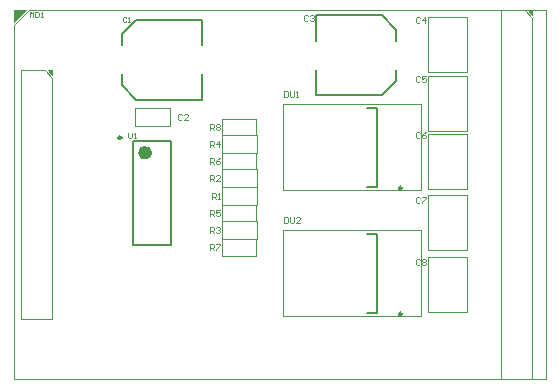
<source format=gto>
G04*
G04 #@! TF.GenerationSoftware,Altium Limited,Altium Designer,22.6.1 (34)*
G04*
G04 Layer_Color=65535*
%FSLAX44Y44*%
%MOMM*%
G71*
G04*
G04 #@! TF.SameCoordinates,5A10DA5C-CD7F-47E8-AF5C-5331072B1CDA*
G04*
G04*
G04 #@! TF.FilePolarity,Positive*
G04*
G01*
G75*
%ADD10C,0.2500*%
%ADD11C,0.6000*%
%ADD12C,0.2000*%
%ADD13C,0.0500*%
%ADD14C,0.1000*%
G36*
X-357065Y219525D02*
X-367225Y209365D01*
Y219525D01*
X-357065D01*
D02*
G37*
G36*
X-334925Y164415D02*
Y168225D01*
X-338735D01*
X-334925Y164415D01*
D02*
G37*
G36*
X71475Y215215D02*
Y219025D01*
X67665D01*
X71475Y215215D01*
D02*
G37*
D10*
X-38750Y68450D02*
G03*
X-38750Y68450I-1250J0D01*
G01*
Y-38250D02*
G03*
X-38750Y-38250I-1250J0D01*
G01*
X-276175Y111125D02*
G03*
X-276175Y111125I-1250J0D01*
G01*
D11*
X-253175Y98525D02*
G03*
X-253175Y98525I-3000J0D01*
G01*
D12*
X-43500Y159375D02*
Y168750D01*
X-55875Y147000D02*
X-43500Y159375D01*
X-55875Y215000D02*
X-43500Y202625D01*
Y193250D02*
Y202625D01*
X-111500Y147000D02*
X-55875D01*
X-111500D02*
Y168750D01*
Y193250D02*
Y215000D01*
X-55875D01*
X-275945Y189295D02*
Y198670D01*
X-263570Y211045D01*
X-275945Y155420D02*
X-263570Y143045D01*
X-275945Y155420D02*
Y164795D01*
X-263570Y211045D02*
X-207945D01*
Y189295D02*
Y211045D01*
Y143045D02*
Y164795D01*
X-263570Y143045D02*
X-207945D01*
X-68500Y69600D02*
X-59500D01*
Y136600D01*
X-68500D02*
X-59500D01*
X-68500Y-37100D02*
X-59500D01*
Y29900D01*
X-68500D02*
X-59500D01*
X-266175Y20525D02*
X-234175D01*
X-266175Y108525D02*
X-234175D01*
Y20525D02*
Y108525D01*
X-266175Y20525D02*
Y108525D01*
D13*
X-161405Y98245D02*
Y113245D01*
X-191405D02*
X-161405D01*
X-191405Y98245D02*
Y113245D01*
Y98245D02*
X-161405D01*
Y25245D02*
Y40245D01*
X-191405D02*
X-161405D01*
X-191405Y25245D02*
Y40245D01*
Y25245D02*
X-161405D01*
Y69245D02*
Y84245D01*
X-191405D02*
X-161405D01*
X-191405Y69245D02*
Y84245D01*
Y69245D02*
X-161405D01*
Y54245D02*
Y69245D01*
X-191405D02*
X-161405D01*
X-191405Y54245D02*
Y69245D01*
Y54245D02*
X-161405D01*
X-234675Y120975D02*
Y135975D01*
X-264675Y120975D02*
Y135975D01*
Y120975D02*
X-234675D01*
X-264675Y135975D02*
X-234675D01*
X-23000Y66850D02*
Y139350D01*
X-139000D02*
X-23000D01*
X-139000Y66850D02*
Y139350D01*
Y66850D02*
X-23000D01*
Y-39850D02*
Y32650D01*
X-139000D02*
X-23000D01*
X-139000Y-39850D02*
Y32650D01*
Y-39850D02*
X-23000D01*
X16500Y-36750D02*
Y10250D01*
X-16500Y-36750D02*
Y10250D01*
X16500D01*
X-16500Y-36750D02*
X16500D01*
Y67500D02*
Y114500D01*
X-16500Y67500D02*
Y114500D01*
X16500D01*
X-16500Y67500D02*
X16500D01*
Y116750D02*
Y163750D01*
X-16500Y116750D02*
Y163750D01*
X16500D01*
X-16500Y116750D02*
X16500D01*
X-16500Y166750D02*
Y213750D01*
X16500Y166750D02*
Y213750D01*
X-16500Y166750D02*
X16500D01*
X-16500Y213750D02*
X16500D01*
Y15750D02*
Y62750D01*
X-16500Y15750D02*
Y62750D01*
X16500D01*
X-16500Y15750D02*
X16500D01*
X-191405Y113245D02*
Y127245D01*
Y113245D02*
X-162405D01*
Y127245D01*
X-191405D02*
X-162405D01*
X-191405Y11245D02*
Y25245D01*
Y11245D02*
X-162405D01*
Y25245D01*
X-191405D02*
X-162405D01*
Y84245D02*
Y98245D01*
X-191405D02*
X-162405D01*
X-191405Y84245D02*
Y98245D01*
Y84245D02*
X-162405D01*
Y40245D02*
Y54245D01*
X-191405D02*
X-162405D01*
X-191405Y40245D02*
Y54245D01*
Y40245D02*
X-162405D01*
D14*
X-334925Y164415D02*
Y168225D01*
X-338735D02*
X-334925D01*
X-338735D02*
X-334925Y164415D01*
X-341275Y168225D02*
X-334925Y161875D01*
Y-41975D02*
Y161875D01*
X-361425Y168225D02*
X-341275Y168225D01*
X-361425Y-41975D02*
Y168225D01*
Y-41975D02*
X-334925D01*
X-354525Y219525D02*
X83625D01*
X-367225Y-93275D02*
Y206825D01*
Y-93275D02*
X83625D01*
Y219525D01*
X-367225Y206825D02*
X-354525Y219525D01*
X-367225Y209365D02*
X-357065Y219525D01*
X-367225Y209365D02*
Y219525D01*
X-357065D01*
X44975Y-92775D02*
Y219025D01*
X71475Y215215D02*
Y219025D01*
X67665D02*
X71475D01*
X67665D02*
X71475Y215215D01*
X65125Y219025D02*
X71475Y212675D01*
Y-92775D02*
Y212675D01*
X44975Y219025D02*
X65125Y219025D01*
X44975Y-92775D02*
X71475D01*
X-23333Y60166D02*
X-24166Y60999D01*
X-25832D01*
X-26665Y60166D01*
Y56834D01*
X-25832Y56001D01*
X-24166D01*
X-23333Y56834D01*
X-21667Y60999D02*
X-18335D01*
Y60166D01*
X-21667Y56834D01*
Y56001D01*
X-138323Y43851D02*
Y38853D01*
X-135824D01*
X-134991Y39686D01*
Y43018D01*
X-135824Y43851D01*
X-138323D01*
X-133325D02*
Y39686D01*
X-132492Y38853D01*
X-130825D01*
X-129992Y39686D01*
Y43851D01*
X-124994Y38853D02*
X-128326D01*
X-124994Y42185D01*
Y43018D01*
X-125827Y43851D01*
X-127493D01*
X-128326Y43018D01*
X-138363Y150785D02*
Y145787D01*
X-135864D01*
X-135031Y146620D01*
Y149952D01*
X-135864Y150785D01*
X-138363D01*
X-133365D02*
Y146620D01*
X-132532Y145787D01*
X-130865D01*
X-130032Y146620D01*
Y150785D01*
X-128366Y145787D02*
X-126700D01*
X-127533D01*
Y150785D01*
X-128366Y149952D01*
X-270757Y115524D02*
Y111359D01*
X-269924Y110526D01*
X-268258D01*
X-267425Y111359D01*
Y115524D01*
X-265759Y110526D02*
X-264093D01*
X-264926D01*
Y115524D01*
X-265759Y114691D01*
X-271925Y212891D02*
X-272758Y213724D01*
X-274424D01*
X-275257Y212891D01*
Y209559D01*
X-274424Y208726D01*
X-272758D01*
X-271925Y209559D01*
X-270259Y208726D02*
X-268593D01*
X-269426D01*
Y213724D01*
X-270259Y212891D01*
X-224758Y130391D02*
X-225591Y131224D01*
X-227257D01*
X-228090Y130391D01*
Y127059D01*
X-227257Y126226D01*
X-225591D01*
X-224758Y127059D01*
X-219760Y126226D02*
X-223092D01*
X-219760Y129558D01*
Y130391D01*
X-220593Y131224D01*
X-222259D01*
X-223092Y130391D01*
X-118333Y214416D02*
X-119166Y215249D01*
X-120832D01*
X-121665Y214416D01*
Y211084D01*
X-120832Y210251D01*
X-119166D01*
X-118333Y211084D01*
X-116667Y214416D02*
X-115834Y215249D01*
X-114168D01*
X-113335Y214416D01*
Y213583D01*
X-114168Y212750D01*
X-115001D01*
X-114168D01*
X-113335Y211917D01*
Y211084D01*
X-114168Y210251D01*
X-115834D01*
X-116667Y211084D01*
X-23333Y212666D02*
X-24166Y213499D01*
X-25832D01*
X-26665Y212666D01*
Y209334D01*
X-25832Y208501D01*
X-24166D01*
X-23333Y209334D01*
X-19168Y208501D02*
Y213499D01*
X-21667Y211000D01*
X-18335D01*
X-23333Y162666D02*
X-24166Y163499D01*
X-25832D01*
X-26665Y162666D01*
Y159334D01*
X-25832Y158501D01*
X-24166D01*
X-23333Y159334D01*
X-18335Y163499D02*
X-21667D01*
Y161000D01*
X-20001Y161833D01*
X-19168D01*
X-18335Y161000D01*
Y159334D01*
X-19168Y158501D01*
X-20834D01*
X-21667Y159334D01*
X-23333Y115166D02*
X-24166Y115999D01*
X-25832D01*
X-26665Y115166D01*
Y111834D01*
X-25832Y111001D01*
X-24166D01*
X-23333Y111834D01*
X-18335Y115999D02*
X-20001Y115166D01*
X-21667Y113500D01*
Y111834D01*
X-20834Y111001D01*
X-19168D01*
X-18335Y111834D01*
Y112667D01*
X-19168Y113500D01*
X-21667D01*
X-23333Y7666D02*
X-24166Y8499D01*
X-25832D01*
X-26665Y7666D01*
Y4334D01*
X-25832Y3501D01*
X-24166D01*
X-23333Y4334D01*
X-21667Y7666D02*
X-20834Y8499D01*
X-19168D01*
X-18335Y7666D01*
Y6833D01*
X-19168Y6000D01*
X-18335Y5167D01*
Y4334D01*
X-19168Y3501D01*
X-20834D01*
X-21667Y4334D01*
Y5167D01*
X-20834Y6000D01*
X-21667Y6833D01*
Y7666D01*
X-20834Y6000D02*
X-19168D01*
X-199325Y59261D02*
Y64259D01*
X-196826D01*
X-195993Y63426D01*
Y61760D01*
X-196826Y60927D01*
X-199325D01*
X-197659D02*
X-195993Y59261D01*
X-194327D02*
X-192661D01*
X-193494D01*
Y64259D01*
X-194327Y63426D01*
X-201103Y74247D02*
Y79245D01*
X-198604D01*
X-197771Y78412D01*
Y76746D01*
X-198604Y75913D01*
X-201103D01*
X-199437D02*
X-197771Y74247D01*
X-192773D02*
X-196105D01*
X-192773Y77579D01*
Y78412D01*
X-193606Y79245D01*
X-195272D01*
X-196105Y78412D01*
X-201103Y30305D02*
Y35303D01*
X-198604D01*
X-197771Y34470D01*
Y32804D01*
X-198604Y31971D01*
X-201103D01*
X-199437D02*
X-197771Y30305D01*
X-196105Y34470D02*
X-195272Y35303D01*
X-193606D01*
X-192773Y34470D01*
Y33637D01*
X-193606Y32804D01*
X-194439D01*
X-193606D01*
X-192773Y31971D01*
Y31138D01*
X-193606Y30305D01*
X-195272D01*
X-196105Y31138D01*
X-201103Y103203D02*
Y108201D01*
X-198604D01*
X-197771Y107368D01*
Y105702D01*
X-198604Y104869D01*
X-201103D01*
X-199437D02*
X-197771Y103203D01*
X-193606D02*
Y108201D01*
X-196105Y105702D01*
X-192773D01*
X-201103Y44783D02*
Y49781D01*
X-198604D01*
X-197771Y48948D01*
Y47282D01*
X-198604Y46449D01*
X-201103D01*
X-199437D02*
X-197771Y44783D01*
X-192773Y49781D02*
X-196105D01*
Y47282D01*
X-194439Y48115D01*
X-193606D01*
X-192773Y47282D01*
Y45616D01*
X-193606Y44783D01*
X-195272D01*
X-196105Y45616D01*
X-201103Y88725D02*
Y93723D01*
X-198604D01*
X-197771Y92890D01*
Y91224D01*
X-198604Y90391D01*
X-201103D01*
X-199437D02*
X-197771Y88725D01*
X-192773Y93723D02*
X-194439Y92890D01*
X-196105Y91224D01*
Y89558D01*
X-195272Y88725D01*
X-193606D01*
X-192773Y89558D01*
Y90391D01*
X-193606Y91224D01*
X-196105D01*
X-201103Y15827D02*
Y20825D01*
X-198604D01*
X-197771Y19992D01*
Y18326D01*
X-198604Y17493D01*
X-201103D01*
X-199437D02*
X-197771Y15827D01*
X-196105Y20825D02*
X-192773D01*
Y19992D01*
X-196105Y16660D01*
Y15827D01*
X-201103Y117681D02*
Y122679D01*
X-198604D01*
X-197771Y121846D01*
Y120180D01*
X-198604Y119347D01*
X-201103D01*
X-199437D02*
X-197771Y117681D01*
X-196105Y121846D02*
X-195272Y122679D01*
X-193606D01*
X-192773Y121846D01*
Y121013D01*
X-193606Y120180D01*
X-192773Y119347D01*
Y118514D01*
X-193606Y117681D01*
X-195272D01*
X-196105Y118514D01*
Y119347D01*
X-195272Y120180D01*
X-196105Y121013D01*
Y121846D01*
X-195272Y120180D02*
X-193606D01*
X-354006Y212976D02*
Y217974D01*
X-352340Y216308D01*
X-350674Y217974D01*
Y212976D01*
X-349008Y217974D02*
Y212976D01*
X-346509D01*
X-345676Y213809D01*
Y217141D01*
X-346509Y217974D01*
X-349008D01*
X-344010Y212976D02*
X-342344D01*
X-343177D01*
Y217974D01*
X-344010Y217141D01*
M02*

</source>
